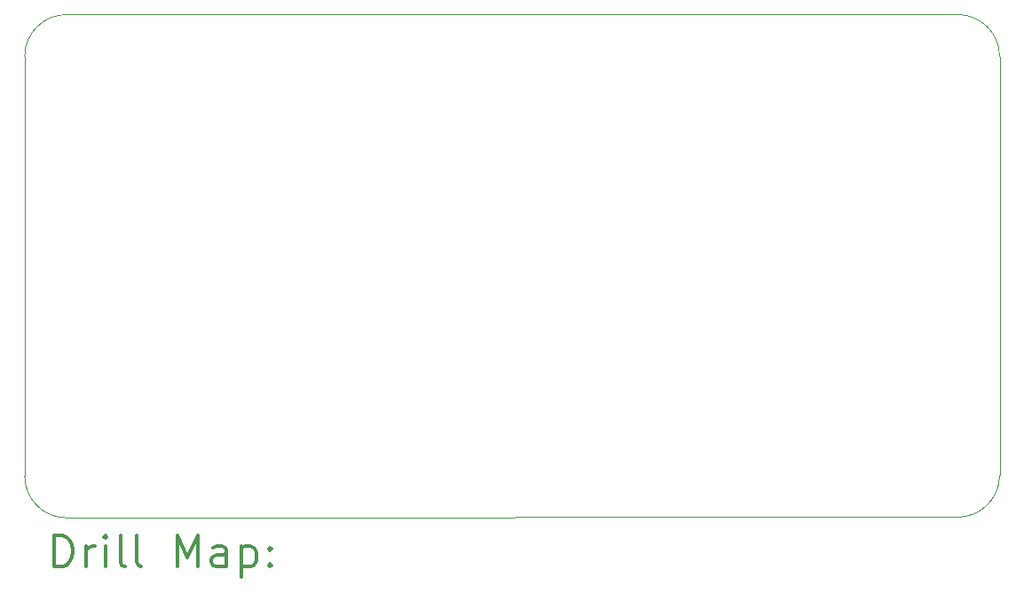
<source format=gbr>
%FSLAX45Y45*%
G04 Gerber Fmt 4.5, Leading zero omitted, Abs format (unit mm)*
G04 Created by KiCad (PCBNEW (5.1.5)-3) date 2021-09-22 00:57:14*
%MOMM*%
%LPD*%
G04 APERTURE LIST*
%TA.AperFunction,Profile*%
%ADD10C,0.050000*%
%TD*%
%ADD11C,0.200000*%
%ADD12C,0.300000*%
G04 APERTURE END LIST*
D10*
X3155950Y-6540450D02*
G75*
G02X2755950Y-6140450I0J400000D01*
G01*
X11658600Y-1733600D02*
G75*
G02X12058600Y-2133600I0J-400000D01*
G01*
X2755900Y-2133600D02*
G75*
G02X3155950Y-1733550I400050J0D01*
G01*
X12058600Y-6134100D02*
G75*
G02X11658600Y-6534100I-400000J0D01*
G01*
X12058600Y-6134100D02*
X12058600Y-2133600D01*
X3155950Y-6540450D02*
X11658600Y-6534100D01*
X2755950Y-2133600D02*
X2755950Y-6140450D01*
X11658600Y-1733600D02*
X3155950Y-1733600D01*
D11*
D12*
X3039828Y-7008664D02*
X3039828Y-6708664D01*
X3111257Y-6708664D01*
X3154114Y-6722950D01*
X3182686Y-6751521D01*
X3196971Y-6780093D01*
X3211257Y-6837236D01*
X3211257Y-6880093D01*
X3196971Y-6937236D01*
X3182686Y-6965807D01*
X3154114Y-6994379D01*
X3111257Y-7008664D01*
X3039828Y-7008664D01*
X3339828Y-7008664D02*
X3339828Y-6808664D01*
X3339828Y-6865807D02*
X3354114Y-6837236D01*
X3368400Y-6822950D01*
X3396971Y-6808664D01*
X3425543Y-6808664D01*
X3525543Y-7008664D02*
X3525543Y-6808664D01*
X3525543Y-6708664D02*
X3511257Y-6722950D01*
X3525543Y-6737236D01*
X3539828Y-6722950D01*
X3525543Y-6708664D01*
X3525543Y-6737236D01*
X3711257Y-7008664D02*
X3682686Y-6994379D01*
X3668400Y-6965807D01*
X3668400Y-6708664D01*
X3868400Y-7008664D02*
X3839828Y-6994379D01*
X3825543Y-6965807D01*
X3825543Y-6708664D01*
X4211257Y-7008664D02*
X4211257Y-6708664D01*
X4311257Y-6922950D01*
X4411257Y-6708664D01*
X4411257Y-7008664D01*
X4682686Y-7008664D02*
X4682686Y-6851521D01*
X4668400Y-6822950D01*
X4639828Y-6808664D01*
X4582686Y-6808664D01*
X4554114Y-6822950D01*
X4682686Y-6994379D02*
X4654114Y-7008664D01*
X4582686Y-7008664D01*
X4554114Y-6994379D01*
X4539828Y-6965807D01*
X4539828Y-6937236D01*
X4554114Y-6908664D01*
X4582686Y-6894379D01*
X4654114Y-6894379D01*
X4682686Y-6880093D01*
X4825543Y-6808664D02*
X4825543Y-7108664D01*
X4825543Y-6822950D02*
X4854114Y-6808664D01*
X4911257Y-6808664D01*
X4939828Y-6822950D01*
X4954114Y-6837236D01*
X4968400Y-6865807D01*
X4968400Y-6951521D01*
X4954114Y-6980093D01*
X4939828Y-6994379D01*
X4911257Y-7008664D01*
X4854114Y-7008664D01*
X4825543Y-6994379D01*
X5096971Y-6980093D02*
X5111257Y-6994379D01*
X5096971Y-7008664D01*
X5082686Y-6994379D01*
X5096971Y-6980093D01*
X5096971Y-7008664D01*
X5096971Y-6822950D02*
X5111257Y-6837236D01*
X5096971Y-6851521D01*
X5082686Y-6837236D01*
X5096971Y-6822950D01*
X5096971Y-6851521D01*
M02*

</source>
